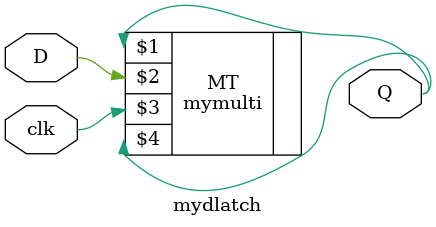
<source format=sv>
`timescale 1ns/1ns
module mydlatch(input D,clk, output Q);
	mymulti MT(Q,D,clk,Q);
endmodule

</source>
